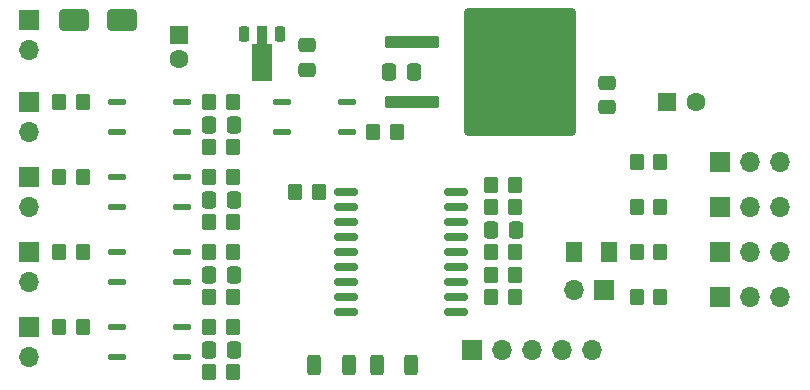
<source format=gts>
G04 #@! TF.GenerationSoftware,KiCad,Pcbnew,8.0.6*
G04 #@! TF.CreationDate,2024-10-31T15:11:46-07:00*
G04 #@! TF.ProjectId,RocketServo,526f636b-6574-4536-9572-766f2e6b6963,n/c*
G04 #@! TF.SameCoordinates,Original*
G04 #@! TF.FileFunction,Soldermask,Top*
G04 #@! TF.FilePolarity,Negative*
%FSLAX46Y46*%
G04 Gerber Fmt 4.6, Leading zero omitted, Abs format (unit mm)*
G04 Created by KiCad (PCBNEW 8.0.6) date 2024-10-31 15:11:46*
%MOMM*%
%LPD*%
G01*
G04 APERTURE LIST*
G04 Aperture macros list*
%AMRoundRect*
0 Rectangle with rounded corners*
0 $1 Rounding radius*
0 $2 $3 $4 $5 $6 $7 $8 $9 X,Y pos of 4 corners*
0 Add a 4 corners polygon primitive as box body*
4,1,4,$2,$3,$4,$5,$6,$7,$8,$9,$2,$3,0*
0 Add four circle primitives for the rounded corners*
1,1,$1+$1,$2,$3*
1,1,$1+$1,$4,$5*
1,1,$1+$1,$6,$7*
1,1,$1+$1,$8,$9*
0 Add four rect primitives between the rounded corners*
20,1,$1+$1,$2,$3,$4,$5,0*
20,1,$1+$1,$4,$5,$6,$7,0*
20,1,$1+$1,$6,$7,$8,$9,0*
20,1,$1+$1,$8,$9,$2,$3,0*%
%AMFreePoly0*
4,1,9,3.862500,-0.866500,0.737500,-0.866500,0.737500,-0.450000,-0.737500,-0.450000,-0.737500,0.450000,0.737500,0.450000,0.737500,0.866500,3.862500,0.866500,3.862500,-0.866500,3.862500,-0.866500,$1*%
G04 Aperture macros list end*
%ADD10RoundRect,0.137500X-0.587500X-0.137500X0.587500X-0.137500X0.587500X0.137500X-0.587500X0.137500X0*%
%ADD11RoundRect,0.150000X-0.875000X-0.150000X0.875000X-0.150000X0.875000X0.150000X-0.875000X0.150000X0*%
%ADD12RoundRect,0.137500X0.587500X0.137500X-0.587500X0.137500X-0.587500X-0.137500X0.587500X-0.137500X0*%
%ADD13RoundRect,0.225000X-0.225000X0.425000X-0.225000X-0.425000X0.225000X-0.425000X0.225000X0.425000X0*%
%ADD14FreePoly0,270.000000*%
%ADD15RoundRect,0.250000X-2.050000X-0.300000X2.050000X-0.300000X2.050000X0.300000X-2.050000X0.300000X0*%
%ADD16RoundRect,0.250002X-4.449998X-5.149998X4.449998X-5.149998X4.449998X5.149998X-4.449998X5.149998X0*%
%ADD17RoundRect,0.250000X-0.312500X-0.625000X0.312500X-0.625000X0.312500X0.625000X-0.312500X0.625000X0*%
%ADD18RoundRect,0.250000X-0.350000X-0.450000X0.350000X-0.450000X0.350000X0.450000X-0.350000X0.450000X0*%
%ADD19RoundRect,0.250000X0.350000X0.450000X-0.350000X0.450000X-0.350000X-0.450000X0.350000X-0.450000X0*%
%ADD20R,1.700000X1.700000*%
%ADD21O,1.700000X1.700000*%
%ADD22RoundRect,0.250001X-0.462499X-0.624999X0.462499X-0.624999X0.462499X0.624999X-0.462499X0.624999X0*%
%ADD23RoundRect,0.250000X1.000000X0.650000X-1.000000X0.650000X-1.000000X-0.650000X1.000000X-0.650000X0*%
%ADD24RoundRect,0.250000X0.337500X0.475000X-0.337500X0.475000X-0.337500X-0.475000X0.337500X-0.475000X0*%
%ADD25RoundRect,0.250000X-0.337500X-0.475000X0.337500X-0.475000X0.337500X0.475000X-0.337500X0.475000X0*%
%ADD26R,1.600000X1.600000*%
%ADD27C,1.600000*%
%ADD28RoundRect,0.250000X-0.475000X0.337500X-0.475000X-0.337500X0.475000X-0.337500X0.475000X0.337500X0*%
%ADD29RoundRect,0.250000X0.475000X-0.337500X0.475000X0.337500X-0.475000X0.337500X-0.475000X-0.337500X0*%
G04 APERTURE END LIST*
D10*
X88690000Y-120015000D03*
X88690000Y-122555000D03*
X94190000Y-122555000D03*
X94190000Y-120015000D03*
X88690000Y-113665000D03*
X88690000Y-116205000D03*
X94190000Y-116205000D03*
X94190000Y-113665000D03*
X88690000Y-107315000D03*
X88690000Y-109855000D03*
X94190000Y-109855000D03*
X94190000Y-107315000D03*
D11*
X108110000Y-108585000D03*
X108110000Y-109855000D03*
X108110000Y-111125000D03*
X108110000Y-112395000D03*
X108110000Y-113665000D03*
X108110000Y-114935000D03*
X108110000Y-116205000D03*
X108110000Y-117475000D03*
X108110000Y-118745000D03*
X117410000Y-118745000D03*
X117410000Y-117475000D03*
X117410000Y-116205000D03*
X117410000Y-114935000D03*
X117410000Y-113665000D03*
X117410000Y-112395000D03*
X117410000Y-111125000D03*
X117410000Y-109855000D03*
X117410000Y-108585000D03*
D12*
X108160000Y-103505000D03*
X108160000Y-100965000D03*
X102660000Y-100965000D03*
X102660000Y-103505000D03*
D10*
X88690000Y-100965000D03*
X88690000Y-103505000D03*
X94190000Y-103505000D03*
X94190000Y-100965000D03*
D13*
X102465000Y-95205000D03*
D14*
X100965000Y-95292500D03*
D13*
X99465000Y-95205000D03*
D15*
X113665000Y-95885000D03*
D16*
X122815000Y-98425000D03*
D15*
X113665000Y-100965000D03*
D17*
X110682500Y-123190000D03*
X113607500Y-123190000D03*
X105410000Y-123190000D03*
X108335000Y-123190000D03*
D18*
X96520000Y-123825000D03*
X98520000Y-123825000D03*
X96520000Y-117475000D03*
X98520000Y-117475000D03*
X96520000Y-111125000D03*
X98520000Y-111125000D03*
D19*
X98520000Y-120015000D03*
X96520000Y-120015000D03*
X98520000Y-113665000D03*
X96520000Y-113665000D03*
X98520000Y-107315000D03*
X96520000Y-107315000D03*
X85820000Y-120015000D03*
X83820000Y-120015000D03*
X85820000Y-113665000D03*
X83820000Y-113665000D03*
X85820000Y-107315000D03*
X83820000Y-107315000D03*
X122380000Y-113665000D03*
X120380000Y-113665000D03*
X134715000Y-117475000D03*
X132715000Y-117475000D03*
X134715000Y-113665000D03*
X132715000Y-113665000D03*
X134715000Y-109855000D03*
X132715000Y-109855000D03*
X112395000Y-103505000D03*
X110395000Y-103505000D03*
X122380000Y-109855000D03*
X120380000Y-109855000D03*
D18*
X120380000Y-107950000D03*
X122380000Y-107950000D03*
X120380000Y-115570000D03*
X122380000Y-115570000D03*
D19*
X122380000Y-117475000D03*
X120380000Y-117475000D03*
D18*
X103775000Y-108585000D03*
X105775000Y-108585000D03*
D19*
X134715000Y-106045000D03*
X132715000Y-106045000D03*
D18*
X96520000Y-104775000D03*
X98520000Y-104775000D03*
D19*
X98520000Y-100965000D03*
X96520000Y-100965000D03*
X85820000Y-100965000D03*
X83820000Y-100965000D03*
D20*
X139795000Y-117475000D03*
D21*
X142335000Y-117475000D03*
X144875000Y-117475000D03*
D20*
X139795000Y-113665000D03*
D21*
X142335000Y-113665000D03*
X144875000Y-113665000D03*
D20*
X139795000Y-109855000D03*
D21*
X142335000Y-109855000D03*
X144875000Y-109855000D03*
D20*
X139795000Y-106045000D03*
D21*
X142335000Y-106045000D03*
X144875000Y-106045000D03*
D20*
X81280000Y-120015000D03*
D21*
X81280000Y-122555000D03*
D20*
X81280000Y-113665000D03*
D21*
X81280000Y-116205000D03*
D20*
X81280000Y-107315000D03*
D21*
X81280000Y-109855000D03*
D20*
X81280000Y-100965000D03*
D21*
X81280000Y-103505000D03*
X81280000Y-96520000D03*
D20*
X81280000Y-93980000D03*
X129905000Y-116840000D03*
D21*
X127365000Y-116840000D03*
D20*
X118745000Y-121920000D03*
D21*
X121285000Y-121920000D03*
X123825000Y-121920000D03*
X126365000Y-121920000D03*
X128905000Y-121920000D03*
D22*
X127365000Y-113665000D03*
X130340000Y-113665000D03*
D23*
X89090000Y-93980000D03*
X85090000Y-93980000D03*
D24*
X98595000Y-121920000D03*
X96520000Y-121920000D03*
X98595000Y-115570000D03*
X96520000Y-115570000D03*
X98595000Y-109220000D03*
X96520000Y-109220000D03*
D25*
X120380000Y-111760000D03*
X122455000Y-111760000D03*
X111760000Y-98425000D03*
X113835000Y-98425000D03*
D26*
X135255000Y-100965000D03*
D27*
X137755000Y-100965000D03*
D28*
X104775000Y-96117500D03*
X104775000Y-98192500D03*
D29*
X130175000Y-101367500D03*
X130175000Y-99292500D03*
D26*
X93980000Y-95250000D03*
D27*
X93980000Y-97250000D03*
D24*
X98595000Y-102870000D03*
X96520000Y-102870000D03*
M02*

</source>
